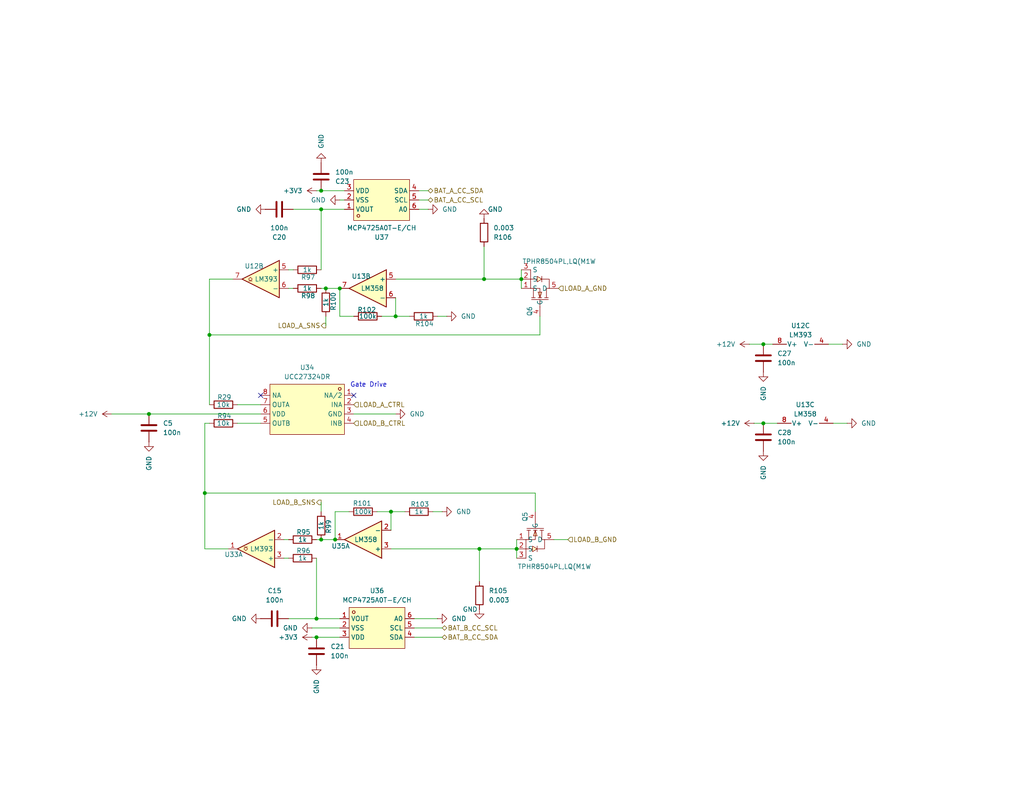
<source format=kicad_sch>
(kicad_sch (version 20250114) (generator "eeschema") (generator_version "9.0")
  (paper "A")
  (lib_symbols
    (symbol "Amplifier_Operational:LM358" (pin_names (offset 0.127))
      (property "Reference" "U" (at 0 5.08 0))
      (property "Value" "LM358" (at 0 -5.08 0))
      (symbol "LM358_1_1"
        (polyline (pts (xy -5.08 5.08) (xy 5.08 0) (xy -5.08 -5.08) (xy -5.08 5.08)) (stroke (width 0.254)) (fill (type background)))
        (pin input line (at -7.62 2.54 0) (length 2.54) (name "+") (number "3"))
        (pin input line (at -7.62 -2.54 0) (length 2.54) (name "-") (number "2"))
        (pin output line (at 7.62 0 180) (length 2.54) (name "~") (number "1"))
      )
      (symbol "LM358_2_1"
        (polyline (pts (xy -5.08 5.08) (xy 5.08 0) (xy -5.08 -5.08) (xy -5.08 5.08)) (stroke (width 0.254)) (fill (type background)))
        (pin input line (at -7.62 2.54 0) (length 2.54) (name "+") (number "5"))
        (pin input line (at -7.62 -2.54 0) (length 2.54) (name "-") (number "6"))
        (pin output line (at 7.62 0 180) (length 2.54) (name "~") (number "7"))
      )
      (symbol "LM358_3_1"
        (pin power_in line (at -2.54 7.62 270) (length 3.81) (name "V+") (number "8"))
        (pin power_in line (at -2.54 -7.62 90) (length 3.81) (name "V-") (number "4"))
      )
    )
    (symbol "COMPONENTS:MCP4725A0T-E_CH"
      (property "Reference" "U" (at 0 7.62 0))
      (property "Value" "MCP4725A0T-E/CH" (at 0 -7.62 0))
      (symbol "MCP4725A0T-E_CH_0_1"
        (rectangle (start -7.62 5.59) (end 7.62 -5.59) (fill (type background)))
        (circle (center -6.35 4.32) (radius 0.38))
        (circle (center -6.35 4.32) (radius 0.38))
        (pin unspecified line (at -10.16 2.54 0) (length 2.54) (name "VOUT") (number "1"))
        (pin unspecified line (at -10.16 0 0) (length 2.54) (name "VSS") (number "2"))
        (pin unspecified line (at -10.16 -2.54 0) (length 2.54) (name "VDD") (number "3"))
        (pin unspecified line (at 10.16 2.54 180) (length 2.54) (name "A0") (number "6"))
        (pin unspecified line (at 10.16 0 180) (length 2.54) (name "SCL") (number "5"))
        (pin unspecified line (at 10.16 -2.54 180) (length 2.54) (name "SDA") (number "4"))
      )
    )
    (symbol "COMPONENTS:TPHR8504PL,LQ(M1W"
      (property "Reference" "Q" (at 0 10.16 0))
      (property "Value" "TPHR8504PL,LQ(M1W" (at 0 -10.16 0))
      (symbol "TPHR8504PL,LQ(M1W_0_1"
        (polyline (pts (xy -5.08 0) (xy -3.05 0)))
        (polyline (pts (xy -3.05 2.29) (xy -3.05 -2.29)))
        (polyline (pts (xy -2.54 2.29) (xy -2.54 1.27)))
        (polyline (pts (xy -2.54 1.78) (xy 0 1.78) (xy 0 2.54) (xy 2.54 2.54) (xy 2.54 2.54) (xy 2.54 0.51)))
        (polyline (pts (xy -2.54 0) (xy -1.02 -0.51) (xy -1.02 0.51) (xy -2.54 0)) (fill (type background)))
        (polyline (pts (xy -2.54 0) (xy 0 0) (xy 0 -2.54) (xy 5.08 -2.54) (xy 2.54 -2.54) (xy 2.54 -0.76)))
        (polyline (pts (xy -2.54 -0.51) (xy -2.54 0.51)))
        (polyline (pts (xy -2.54 -2.29) (xy -2.54 -1.27)))
        (polyline (pts (xy 0 -1.78) (xy -2.54 -1.78)))
        (polyline (pts (xy 2.54 0.51) (xy 1.78 -0.76) (xy 3.3 -0.76) (xy 2.54 0.51)) (fill (type background)))
        (polyline (pts (xy 3.3 0.51) (xy 3.05 0.51) (xy 2.03 0.51) (xy 1.78 0.51)))
        (pin unspecified line (at -7.62 0 0) (length 2.54) (name "G") (number "4"))
        (pin unspecified line (at 0 5.08 270) (length 2.54) (name "D") (number "5"))
        (pin unspecified line (at 0 -5.08 90) (length 2.54) (name "S") (number "1"))
        (pin unspecified line (at 2.54 -5.08 90) (length 2.54) (name "S") (number "2"))
        (pin unspecified line (at 5.08 -5.08 90) (length 2.54) (name "S") (number "3"))
      )
    )
    (symbol "COMPONENTS:UCC27324DR"
      (property "Reference" "U" (at 0 8.89 0))
      (property "Value" "UCC27324DR" (at 0 -8.89 0))
      (symbol "UCC27324DR_0_1"
        (rectangle (start -10.16 6.86) (end 10.16 -6.86) (fill (type background)))
        (circle (center -8.89 5.59) (radius 0.38))
        (circle (center -8.89 5.59) (radius 0.38))
        (pin unspecified line (at -12.7 3.81 0) (length 2.54) (name "NA/2") (number "1"))
        (pin unspecified line (at -12.7 1.27 0) (length 2.54) (name "INA") (number "2"))
        (pin unspecified line (at -12.7 -1.27 0) (length 2.54) (name "GND") (number "3"))
        (pin unspecified line (at -12.7 -3.81 0) (length 2.54) (name "INB") (number "4"))
        (pin unspecified line (at 12.7 3.81 180) (length 2.54) (name "NA") (number "8"))
        (pin unspecified line (at 12.7 1.27 180) (length 2.54) (name "OUTA") (number "7"))
        (pin unspecified line (at 12.7 -1.27 180) (length 2.54) (name "VDD") (number "6"))
        (pin unspecified line (at 12.7 -3.81 180) (length 2.54) (name "OUTB") (number "5"))
      )
    )
    (symbol "Comparator:LM393" (pin_names (offset 0.127))
      (property "Reference" "U" (at 3.81 3.81 0))
      (property "Value" "LM393" (at 6.35 -3.81 0))
      (symbol "LM393_1_1"
        (polyline (pts (xy -5.08 5.08) (xy 5.08 0) (xy -5.08 -5.08) (xy -5.08 5.08)) (stroke (width 0.254)) (fill (type background)))
        (polyline (pts (xy 3.302 -0.508) (xy 2.794 -0.508) (xy 3.302 0) (xy 2.794 0.508) (xy 2.286 0) (xy 2.794 -0.508) (xy 2.286 -0.508)) (stroke (width 0.127)))
        (pin input line (at -7.62 2.54 0) (length 2.54) (name "+") (number "3"))
        (pin input line (at -7.62 -2.54 0) (length 2.54) (name "-") (number "2"))
        (pin open_collector line (at 7.62 0 180) (length 2.54) (name "~") (number "1"))
      )
      (symbol "LM393_2_1"
        (polyline (pts (xy -5.08 5.08) (xy 5.08 0) (xy -5.08 -5.08) (xy -5.08 5.08)) (stroke (width 0.254)) (fill (type background)))
        (polyline (pts (xy 3.302 -0.508) (xy 2.794 -0.508) (xy 3.302 0) (xy 2.794 0.508) (xy 2.286 0) (xy 2.794 -0.508) (xy 2.286 -0.508)) (stroke (width 0.127)))
        (pin input line (at -7.62 2.54 0) (length 2.54) (name "+") (number "5"))
        (pin input line (at -7.62 -2.54 0) (length 2.54) (name "-") (number "6"))
        (pin open_collector line (at 7.62 0 180) (length 2.54) (name "~") (number "7"))
      )
      (symbol "LM393_3_1"
        (pin power_in line (at -2.54 7.62 270) (length 3.81) (name "V+") (number "8"))
        (pin power_in line (at -2.54 -7.62 90) (length 3.81) (name "V-") (number "4"))
      )
    )
    (symbol "Device:C" (pin_numbers (hide yes)) (pin_names (offset 0.254))
      (property "Reference" "C" (at 0.635 2.54 0))
      (property "Value" "C" (at 0.635 -2.54 0))
      (symbol "C_0_1"
        (polyline (pts (xy -2.032 0.762) (xy 2.032 0.762)) (stroke (width 0.508)))
        (polyline (pts (xy -2.032 -0.762) (xy 2.032 -0.762)) (stroke (width 0.508)))
      )
      (symbol "C_1_1"
        (pin passive line (at 0 3.81 270) (length 2.794) (name "~") (number "1"))
        (pin passive line (at 0 -3.81 90) (length 2.794) (name "~") (number "2"))
      )
    )
    (symbol "Device:R" (pin_numbers (hide yes)) (pin_names (offset 0))
      (property "Reference" "R" (at 2.032 0 90))
      (property "Value" "R" (at 0 0 90))
      (symbol "R_0_1"
        (rectangle (start -1.016 -2.54) (end 1.016 2.54) (stroke (width 0.254)))
      )
      (symbol "R_1_1"
        (pin passive line (at 0 3.81 270) (length 1.27) (name "~") (number "1"))
        (pin passive line (at 0 -3.81 90) (length 1.27) (name "~") (number "2"))
      )
    )
    (symbol "power:+12V" (power) (pin_numbers (hide yes)) (pin_names (offset 0) (hide yes))
      (property "Value" "+12V" (at 0 3.556 0))
      (symbol "+12V_0_1"
        (polyline (pts (xy -0.762 1.27) (xy 0 2.54)))
        (polyline (pts (xy 0 2.54) (xy 0.762 1.27)))
        (polyline (pts (xy 0 0) (xy 0 2.54)))
      )
      (symbol "+12V_1_1"
        (pin power_in line (at 0 0 90) (length 0) (name "~") (number "1"))
      )
    )
    (symbol "power:+3V3" (power) (pin_numbers (hide yes)) (pin_names (offset 0) (hide yes))
      (property "Value" "+3V3" (at 0 3.556 0))
      (symbol "+3V3_0_1"
        (polyline (pts (xy -0.762 1.27) (xy 0 2.54)))
        (polyline (pts (xy 0 2.54) (xy 0.762 1.27)))
        (polyline (pts (xy 0 0) (xy 0 2.54)))
      )
      (symbol "+3V3_1_1"
        (pin power_in line (at 0 0 90) (length 0) (name "~") (number "1"))
      )
    )
    (symbol "power:GND" (power) (pin_numbers (hide yes)) (pin_names (offset 0) (hide yes))
      (property "Value" "GND" (at 0 -3.81 0))
      (symbol "GND_0_1"
        (polyline (pts (xy 0 0) (xy 0 -1.27) (xy 1.27 -1.27) (xy 0 -2.54) (xy -1.27 -1.27) (xy 0 -1.27)))
      )
      (symbol "GND_1_1"
        (pin power_in line (at 0 0 270) (length 0) (name "~") (number "1"))
      )
    )
  )
  (text "Gate Drive" (at 100.584 105.156 0) (effects (font (size 1.27 1.27))))
  (junction (at 208.28 115.57))
  (junction (at 86.36 168.91))
  (junction (at 57.15 91.44))
  (junction (at 142.24 76.2))
  (junction (at 87.63 52.07))
  (junction (at 132.08 76.2))
  (junction (at 106.68 139.7))
  (junction (at 208.28 93.98))
  (junction (at 55.88 134.62))
  (junction (at 92.71 78.74))
  (junction (at 87.63 147.32))
  (junction (at 130.81 149.86))
  (junction (at 140.97 149.86))
  (junction (at 91.44 147.32))
  (junction (at 86.36 173.99))
  (junction (at 87.63 57.15))
  (junction (at 40.64 113.03))
  (junction (at 88.9 78.74))
  (junction (at 107.95 86.36))
  (no_connect (at 96.52 107.95))
  (no_connect (at 71.12 107.95))
  (wire (pts (xy 107.95 76.2) (xy 132.08 76.2)))
  (wire (pts (xy 140.97 147.32) (xy 140.97 149.86)))
  (wire (pts (xy 231.14 115.57) (xy 227.33 115.57)))
  (wire (pts (xy 80.01 57.15) (xy 87.63 57.15)))
  (wire (pts (xy 208.28 93.98) (xy 210.82 93.98)))
  (wire (pts (xy 64.77 115.57) (xy 71.12 115.57)))
  (wire (pts (xy 140.97 149.86) (xy 140.97 152.4)))
  (wire (pts (xy 55.88 115.57) (xy 57.15 115.57)))
  (wire (pts (xy 87.63 137.16) (xy 87.63 139.7)))
  (wire (pts (xy 78.74 152.4) (xy 77.47 152.4)))
  (wire (pts (xy 92.71 173.99) (xy 86.36 173.99)))
  (wire (pts (xy 96.52 113.03) (xy 107.95 113.03)))
  (wire (pts (xy 116.84 57.15) (xy 114.3 57.15)))
  (wire (pts (xy 88.9 78.74) (xy 92.71 78.74)))
  (wire (pts (xy 40.64 113.03) (xy 71.12 113.03)))
  (wire (pts (xy 91.44 139.7) (xy 91.44 147.32)))
  (wire (pts (xy 132.08 76.2) (xy 142.24 76.2)))
  (wire (pts (xy 87.63 57.15) (xy 93.98 57.15)))
  (wire (pts (xy 120.65 139.7) (xy 118.11 139.7)))
  (wire (pts (xy 86.36 152.4) (xy 86.36 168.91)))
  (wire (pts (xy 102.87 139.7) (xy 106.68 139.7)))
  (wire (pts (xy 78.74 168.91) (xy 86.36 168.91)))
  (wire (pts (xy 142.24 76.2) (xy 142.24 73.66)))
  (wire (pts (xy 80.01 73.66) (xy 78.74 73.66)))
  (wire (pts (xy 86.36 147.32) (xy 87.63 147.32)))
  (wire (pts (xy 30.48 113.03) (xy 40.64 113.03)))
  (wire (pts (xy 142.24 78.74) (xy 142.24 76.2)))
  (wire (pts (xy 87.63 52.07) (xy 86.36 52.07)))
  (wire (pts (xy 120.65 171.45) (xy 113.03 171.45)))
  (wire (pts (xy 104.14 86.36) (xy 107.95 86.36)))
  (wire (pts (xy 121.92 86.36) (xy 119.38 86.36)))
  (wire (pts (xy 106.68 139.7) (xy 110.49 139.7)))
  (wire (pts (xy 57.15 91.44) (xy 57.15 76.2)))
  (wire (pts (xy 120.65 173.99) (xy 113.03 173.99)))
  (wire (pts (xy 107.95 86.36) (xy 111.76 86.36)))
  (wire (pts (xy 57.15 91.44) (xy 147.32 91.44)))
  (wire (pts (xy 55.88 149.86) (xy 62.23 149.86)))
  (wire (pts (xy 208.28 115.57) (xy 212.09 115.57)))
  (wire (pts (xy 106.68 149.86) (xy 130.81 149.86)))
  (wire (pts (xy 64.77 110.49) (xy 71.12 110.49)))
  (wire (pts (xy 88.9 88.9) (xy 88.9 86.36)))
  (wire (pts (xy 116.84 54.61) (xy 114.3 54.61)))
  (wire (pts (xy 130.81 149.86) (xy 140.97 149.86)))
  (wire (pts (xy 147.32 91.44) (xy 147.32 86.36)))
  (wire (pts (xy 130.81 149.86) (xy 130.81 158.75)))
  (wire (pts (xy 93.98 52.07) (xy 87.63 52.07)))
  (wire (pts (xy 87.63 147.32) (xy 91.44 147.32)))
  (wire (pts (xy 95.25 139.7) (xy 91.44 139.7)))
  (wire (pts (xy 119.38 168.91) (xy 113.03 168.91)))
  (wire (pts (xy 57.15 76.2) (xy 63.5 76.2)))
  (wire (pts (xy 86.36 173.99) (xy 85.09 173.99)))
  (wire (pts (xy 146.05 134.62) (xy 146.05 139.7)))
  (wire (pts (xy 55.88 134.62) (xy 55.88 149.86)))
  (wire (pts (xy 93.98 54.61) (xy 92.71 54.61)))
  (wire (pts (xy 204.47 93.98) (xy 208.28 93.98)))
  (wire (pts (xy 55.88 115.57) (xy 55.88 134.62)))
  (wire (pts (xy 116.84 52.07) (xy 114.3 52.07)))
  (wire (pts (xy 86.36 168.91) (xy 92.71 168.91)))
  (wire (pts (xy 92.71 86.36) (xy 92.71 78.74)))
  (wire (pts (xy 154.94 147.32) (xy 151.13 147.32)))
  (wire (pts (xy 55.88 134.62) (xy 146.05 134.62)))
  (wire (pts (xy 78.74 78.74) (xy 80.01 78.74)))
  (wire (pts (xy 229.87 93.98) (xy 226.06 93.98)))
  (wire (pts (xy 57.15 110.49) (xy 57.15 91.44)))
  (wire (pts (xy 77.47 147.32) (xy 78.74 147.32)))
  (wire (pts (xy 107.95 86.36) (xy 107.95 81.28)))
  (wire (pts (xy 205.74 115.57) (xy 208.28 115.57)))
  (wire (pts (xy 92.71 171.45) (xy 85.09 171.45)))
  (wire (pts (xy 132.08 76.2) (xy 132.08 67.31)))
  (wire (pts (xy 106.68 139.7) (xy 106.68 144.78)))
  (wire (pts (xy 87.63 78.74) (xy 88.9 78.74)))
  (wire (pts (xy 96.52 86.36) (xy 92.71 86.36)))
  (wire (pts (xy 87.63 73.66) (xy 87.63 57.15)))
  (hierarchical_label "LOAD_B_GND" (shape input) (at 154.94 147.32 0))
  (hierarchical_label "LOAD_B_SNS" (shape output) (at 87.63 137.16 180))
  (hierarchical_label "BAT_A_CC_SDA" (shape bidirectional) (at 116.84 52.07 0))
  (hierarchical_label "LOAD_A_SNS" (shape output) (at 88.9 88.9 180))
  (hierarchical_label "LOAD_B_CTRL" (shape input) (at 96.52 115.57 0))
  (hierarchical_label "LOAD_A_CTRL" (shape input) (at 96.52 110.49 0))
  (hierarchical_label "BAT_A_CC_SCL" (shape bidirectional) (at 116.84 54.61 0))
  (hierarchical_label "BAT_B_CC_SCL" (shape bidirectional) (at 120.65 171.45 0))
  (hierarchical_label "BAT_B_CC_SDA" (shape bidirectional) (at 120.65 173.99 0))
  (hierarchical_label "LOAD_A_GND" (shape input) (at 152.4 78.74 0))
  (symbol (lib_id "power:GND") (at 208.28 123.19 0) (unit 1)
    (property "Reference" "#PWR052" (effects (hide yes)))
    (property "Value" "GND" (at 208.2801 127 90) (effects (justify right)))
    (property "Description" "Power symbol creates a global label with name \"GND\" , ground" (effects (hide yes)))
    (instances (project "Backplane" (path "" (reference "#PWR0176") (unit 1)) (path "" (reference "#PWR052") (unit 1))))
  )
  (symbol (lib_id "Device:C") (at 40.64 116.84 0) (unit 1)
    (property "Reference" "C4" (at 44.45 115.5699 0) (effects (justify left)))
    (property "Value" "100n" (at 44.45 118.1099 0) (effects (justify left)))
    (property "Footprint" "Resistor_SMD:R_1206_3216Metric_Pad1.30x1.75mm_HandSolder" (effects (hide yes)))
    (property "Description" "Unpolarized capacitor" (effects (hide yes)))
    (instances (project "Backplane" (path "" (reference "C5") (unit 1)) (path "" (reference "C4") (unit 1))))
  )
  (symbol (lib_id "Comparator:LM393") (at 218.44 96.52 90) (mirror x) (unit 3)
    (property "Reference" "U3" (at 218.44 88.9 90))
    (property "Value" "LM393" (at 218.44 91.44 90))
    (property "Datasheet" "http://www.ti.com/lit/ds/symlink/lm393.pdf" (effects (hide yes)))
    (property "Description" "Low-Power, Low-Offset Voltage, Dual Comparators, DIP-8/SOIC-8/TO-99-8" (effects (hide yes)))
    (instances (project "Backplane" (path "" (reference "U12") (unit 3)) (path "" (reference "U3") (unit 3))))
  )
  (symbol (lib_id "power:+12V") (at 204.47 93.98 90) (unit 1)
    (property "Reference" "#PWR049" (effects (hide yes)))
    (property "Value" "+12V" (at 200.66 93.9799 90) (effects (justify left)))
    (property "Description" "Power symbol creates a global label with name \"+12V\"" (effects (hide yes)))
    (instances (project "Backplane" (path "" (reference "#PWR0173") (unit 1)) (path "" (reference "#PWR049") (unit 1))))
  )
  (symbol (lib_id "COMPONENTS:UCC27324DR") (at 83.82 111.76 0) (mirror y) (unit 1)
    (property "Reference" "U8" (at 83.82 100.33 0))
    (property "Value" "UCC27324DR" (at 83.82 102.87 0))
    (property "Footprint" "COMPONENTS:SOIC-8_L5.0-W4.0-P1.27-LS6.0-BL" (effects (hide yes)))
    (property "Datasheet" "https://lcsc.com/product-detail/MOS-Drivers_TI_UCC27324DR_UCC27324DR_C46427.html" (effects (hide yes)))
    (property "LCSC Part" "C46427" (effects (hide yes)))
    (instances (project "Backplane" (path "" (reference "U34") (unit 1)) (path "" (reference "U8") (unit 1))))
  )
  (symbol (lib_id "Comparator:LM393") (at 69.85 149.86 180) (unit 1)
    (property "Reference" "U12" (at 63.754 151.384 0))
    (property "Value" "LM393" (at 71.374 149.86 0))
    (property "Datasheet" "http://www.ti.com/lit/ds/symlink/lm393.pdf" (effects (hide yes)))
    (property "Description" "Low-Power, Low-Offset Voltage, Dual Comparators, DIP-8/SOIC-8/TO-99-8" (effects (hide yes)))
    (instances (project "Backplane" (path "" (reference "U33") (unit 1)) (path "" (reference "U12") (unit 1))))
  )
  (symbol (lib_id "Device:C") (at 76.2 57.15 90) (mirror x) (unit 1)
    (property "Reference" "C10" (at 76.2 64.77 90))
    (property "Value" "100n" (at 76.2 62.23 90))
    (property "Footprint" "Resistor_SMD:R_1206_3216Metric_Pad1.30x1.75mm_HandSolder" (effects (hide yes)))
    (property "Description" "Unpolarized capacitor" (effects (hide yes)))
    (instances (project "Backplane" (path "" (reference "C20") (unit 1)) (path "" (reference "C10") (unit 1))))
  )
  (symbol (lib_id "COMPONENTS:MCP4725A0T-E_CH") (at 104.14 54.61 0) (mirror x) (unit 1)
    (property "Reference" "U16" (at 104.14 64.77 0))
    (property "Value" "MCP4725A0T-E/CH" (at 104.14 62.23 0))
    (property "Footprint" "COMPONENTS:SOT-23-6_L2.9-W1.6-P0.95-LS2.8-BL" (effects (hide yes)))
    (property "Datasheet" "https://lcsc.com/product-detail/Digital-To-Analog-Converters-DACs_MICROCHIP_MCP4725A0T-E-CH_MCP4725A0T-E-CH_C144198.html" (effects (hide yes)))
    (property "LCSC Part" "C144198" (effects (hide yes)))
    (instances (project "Backplane" (path "" (reference "U37") (unit 1)) (path "" (reference "U16") (unit 1))))
  )
  (symbol (lib_id "power:GND") (at 92.71 54.61 270) (unit 1)
    (property "Reference" "#PWR041" (effects (hide yes)))
    (property "Value" "GND" (at 88.9 54.6101 90) (effects (justify right)))
    (property "Description" "Power symbol creates a global label with name \"GND\" , ground" (effects (hide yes)))
    (instances (project "Backplane" (path "" (reference "#PWR0161") (unit 1)) (path "" (reference "#PWR041") (unit 1))))
  )
  (symbol (lib_id "Device:C") (at 86.36 177.8 0) (unit 1)
    (property "Reference" "C11" (at 90.17 176.5299 0) (effects (justify left)))
    (property "Value" "100n" (at 90.17 179.0699 0) (effects (justify left)))
    (property "Footprint" "Resistor_SMD:R_1206_3216Metric_Pad1.30x1.75mm_HandSolder" (effects (hide yes)))
    (property "Description" "Unpolarized capacitor" (effects (hide yes)))
    (instances (project "Backplane" (path "" (reference "C21") (unit 1)) (path "" (reference "C11") (unit 1))))
  )
  (symbol (lib_id "Device:C") (at 208.28 97.79 0) (unit 1)
    (property "Reference" "C13" (at 212.09 96.5199 0) (effects (justify left)))
    (property "Value" "100n" (at 212.09 99.0599 0) (effects (justify left)))
    (property "Footprint" "Resistor_SMD:R_1206_3216Metric_Pad1.30x1.75mm_HandSolder" (effects (hide yes)))
    (property "Description" "Unpolarized capacitor" (effects (hide yes)))
    (instances (project "Backplane" (path "" (reference "C27") (unit 1)) (path "" (reference "C13") (unit 1))))
  )
  (symbol (lib_id "Device:R") (at 115.57 86.36 90) (mirror x) (unit 1)
    (property "Reference" "R26" (at 115.824 88.392 90))
    (property "Value" "1k" (at 115.57 86.36 90))
    (property "Footprint" "Resistor_SMD:R_1206_3216Metric_Pad1.30x1.75mm_HandSolder" (effects (hide yes)))
    (property "Description" "Resistor" (effects (hide yes)))
    (instances (project "Backplane" (path "" (reference "R104") (unit 1)) (path "" (reference "R26") (unit 1))))
  )
  (symbol (lib_id "power:GND") (at 121.92 86.36 90) (mirror x) (unit 1)
    (property "Reference" "#PWR046" (effects (hide yes)))
    (property "Value" "GND" (at 125.73 86.3601 90) (effects (justify right)))
    (property "Description" "Power symbol creates a global label with name \"GND\" , ground" (effects (hide yes)))
    (instances (project "Backplane" (path "" (reference "#PWR0166") (unit 1)) (path "" (reference "#PWR046") (unit 1))))
  )
  (symbol (lib_id "Amplifier_Operational:LM358") (at 99.06 147.32 180) (unit 1)
    (property "Reference" "U13" (at 92.964 149.098 0))
    (property "Value" "LM358" (at 99.822 147.32 0))
    (property "Datasheet" "http://www.ti.com/lit/ds/symlink/lm2904-n.pdf" (effects (hide yes)))
    (property "Description" "Low-Power, Dual Operational Amplifiers, DIP-8/SOIC-8/TO-99-8" (effects (hide yes)))
    (instances (project "Backplane" (path "" (reference "U35") (unit 1)) (path "" (reference "U13") (unit 1))))
  )
  (symbol (lib_id "power:GND") (at 86.36 181.61 0) (unit 1)
    (property "Reference" "#PWR039" (effects (hide yes)))
    (property "Value" "GND" (at 86.3601 185.42 90) (effects (justify right)))
    (property "Description" "Power symbol creates a global label with name \"GND\" , ground" (effects (hide yes)))
    (instances (project "Backplane" (path "" (reference "#PWR0159") (unit 1)) (path "" (reference "#PWR039") (unit 1))))
  )
  (symbol (lib_id "power:GND") (at 208.28 101.6 0) (unit 1)
    (property "Reference" "#PWR051" (effects (hide yes)))
    (property "Value" "GND" (at 208.2801 105.41 90) (effects (justify right)))
    (property "Description" "Power symbol creates a global label with name \"GND\" , ground" (effects (hide yes)))
    (instances (project "Backplane" (path "" (reference "#PWR0175") (unit 1)) (path "" (reference "#PWR051") (unit 1))))
  )
  (symbol (lib_id "power:GND") (at 107.95 113.03 90) (unit 1)
    (property "Reference" "#PWR042" (effects (hide yes)))
    (property "Value" "GND" (at 111.76 113.0299 90) (effects (justify right)))
    (property "Description" "Power symbol creates a global label with name \"GND\" , ground" (effects (hide yes)))
    (instances (project "Backplane" (path "" (reference "#PWR0162") (unit 1)) (path "" (reference "#PWR042") (unit 1))))
  )
  (symbol (lib_id "power:GND") (at 229.87 93.98 90) (unit 1)
    (property "Reference" "#PWR053" (effects (hide yes)))
    (property "Value" "GND" (at 233.68 93.9799 90) (effects (justify right)))
    (property "Description" "Power symbol creates a global label with name \"GND\" , ground" (effects (hide yes)))
    (instances (project "Backplane" (path "" (reference "#PWR0177") (unit 1)) (path "" (reference "#PWR053") (unit 1))))
  )
  (symbol (lib_id "power:GND") (at 116.84 57.15 90) (mirror x) (unit 1)
    (property "Reference" "#PWR043" (effects (hide yes)))
    (property "Value" "GND" (at 120.65 57.1501 90) (effects (justify right)))
    (property "Description" "Power symbol creates a global label with name \"GND\" , ground" (effects (hide yes)))
    (instances (project "Backplane" (path "" (reference "#PWR0163") (unit 1)) (path "" (reference "#PWR043") (unit 1))))
  )
  (symbol (lib_id "power:GND") (at 231.14 115.57 90) (unit 1)
    (property "Reference" "#PWR054" (effects (hide yes)))
    (property "Value" "GND" (at 234.95 115.5699 90) (effects (justify right)))
    (property "Description" "Power symbol creates a global label with name \"GND\" , ground" (effects (hide yes)))
    (instances (project "Backplane" (path "" (reference "#PWR0178") (unit 1)) (path "" (reference "#PWR054") (unit 1))))
  )
  (symbol (lib_id "power:+12V") (at 205.74 115.57 90) (unit 1)
    (property "Reference" "#PWR050" (effects (hide yes)))
    (property "Value" "+12V" (at 201.93 115.5699 90) (effects (justify left)))
    (property "Description" "Power symbol creates a global label with name \"+12V\"" (effects (hide yes)))
    (instances (project "Backplane" (path "" (reference "#PWR0174") (unit 1)) (path "" (reference "#PWR050") (unit 1))))
  )
  (symbol (lib_id "Amplifier_Operational:LM358") (at 100.33 78.74 0) (mirror y) (unit 2)
    (property "Reference" "U4" (at 98.552 75.438 0))
    (property "Value" "LM358" (at 101.6 78.74 0))
    (property "Datasheet" "http://www.ti.com/lit/ds/symlink/lm2904-n.pdf" (effects (hide yes)))
    (property "Description" "Low-Power, Dual Operational Amplifiers, DIP-8/SOIC-8/TO-99-8" (effects (hide yes)))
    (instances (project "Backplane" (path "" (reference "U13") (unit 2)) (path "" (reference "U4") (unit 2))))
  )
  (symbol (lib_id "Device:R") (at 82.55 147.32 90) (unit 1)
    (property "Reference" "R17" (at 82.804 145.288 90))
    (property "Value" "1k" (at 82.55 147.32 90))
    (property "Footprint" "Resistor_SMD:R_1206_3216Metric_Pad1.30x1.75mm_HandSolder" (effects (hide yes)))
    (property "Description" "Resistor" (effects (hide yes)))
    (instances (project "Backplane" (path "" (reference "R95") (unit 1)) (path "" (reference "R17") (unit 1))))
  )
  (symbol (lib_id "power:GND") (at 71.12 168.91 270) (mirror x) (unit 1)
    (property "Reference" "#PWR034" (effects (hide yes)))
    (property "Value" "GND" (at 67.31 168.9099 90) (effects (justify right)))
    (property "Description" "Power symbol creates a global label with name \"GND\" , ground" (effects (hide yes)))
    (instances (project "Backplane" (path "" (reference "#PWR0154") (unit 1)) (path "" (reference "#PWR034") (unit 1))))
  )
  (symbol (lib_id "Device:R") (at 82.55 152.4 90) (unit 1)
    (property "Reference" "R18" (at 82.804 150.368 90))
    (property "Value" "1k" (at 82.55 152.4 90))
    (property "Footprint" "Resistor_SMD:R_1206_3216Metric_Pad1.30x1.75mm_HandSolder" (effects (hide yes)))
    (property "Description" "Resistor" (effects (hide yes)))
    (instances (project "Backplane" (path "" (reference "R96") (unit 1)) (path "" (reference "R18") (unit 1))))
  )
  (symbol (lib_id "Device:C") (at 74.93 168.91 90) (unit 1)
    (property "Reference" "C9" (at 74.93 161.29 90))
    (property "Value" "100n" (at 74.93 163.83 90))
    (property "Footprint" "Resistor_SMD:R_1206_3216Metric_Pad1.30x1.75mm_HandSolder" (effects (hide yes)))
    (property "Description" "Unpolarized capacitor" (effects (hide yes)))
    (instances (project "Backplane" (path "" (reference "C15") (unit 1)) (path "" (reference "C9") (unit 1))))
  )
  (symbol (lib_id "Device:R") (at 60.96 110.49 270) (mirror x) (unit 1)
    (property "Reference" "R15" (at 61.214 108.458 90))
    (property "Value" "10k" (at 60.96 110.49 90))
    (property "Footprint" "Resistor_SMD:R_1206_3216Metric_Pad1.30x1.75mm_HandSolder" (effects (hide yes)))
    (property "Description" "Resistor" (effects (hide yes)))
    (instances (project "Backplane" (path "" (reference "R29") (unit 1)) (path "" (reference "R15") (unit 1))))
  )
  (symbol (lib_id "power:+12V") (at 30.48 113.03 90) (unit 1)
    (property "Reference" "#PWR032" (effects (hide yes)))
    (property "Value" "+12V" (at 26.67 113.0299 90) (effects (justify left)))
    (property "Description" "Power symbol creates a global label with name \"+12V\"" (effects (hide yes)))
    (instances (project "Backplane" (path "" (reference "#PWR0152") (unit 1)) (path "" (reference "#PWR032") (unit 1))))
  )
  (symbol (lib_id "power:GND") (at 132.08 59.69 0) (mirror x) (unit 1)
    (property "Reference" "#PWR048" (effects (hide yes)))
    (property "Value" "GND" (at 135.128 57.15 0))
    (property "Description" "Power symbol creates a global label with name \"GND\" , ground" (effects (hide yes)))
    (instances (project "Backplane" (path "" (reference "#PWR0170") (unit 1)) (path "" (reference "#PWR048") (unit 1))))
  )
  (symbol (lib_id "COMPONENTS:TPHR8504PL,LQ(M1W") (at 147.32 78.74 270) (mirror x) (unit 1)
    (property "Reference" "Q4" (at 144.526 86.36 0) (effects (justify left)))
    (property "Value" "TPHR8504PL,LQ(M1W" (at 142.494 71.374 90) (effects (justify left)))
    (property "Footprint" "COMPONENTS:DFN-5_L4.9-W5.9-P1.27-LS6.2-BL" (effects (hide yes)))
    (property "LCSC Part" "C22388172" (effects (hide yes)))
    (instances (project "Backplane" (path "" (reference "Q6") (unit 1)) (path "" (reference "Q4") (unit 1))))
  )
  (symbol (lib_id "Device:C") (at 87.63 48.26 0) (mirror x) (unit 1)
    (property "Reference" "C12" (at 91.44 49.5301 0) (effects (justify left)))
    (property "Value" "100n" (at 91.44 46.9901 0) (effects (justify left)))
    (property "Footprint" "Resistor_SMD:R_1206_3216Metric_Pad1.30x1.75mm_HandSolder" (effects (hide yes)))
    (property "Description" "Unpolarized capacitor" (effects (hide yes)))
    (instances (project "Backplane" (path "" (reference "C23") (unit 1)) (path "" (reference "C12") (unit 1))))
  )
  (symbol (lib_id "Device:R") (at 114.3 139.7 90) (unit 1)
    (property "Reference" "R25" (at 114.554 137.668 90))
    (property "Value" "1k" (at 114.3 139.7 90))
    (property "Footprint" "Resistor_SMD:R_1206_3216Metric_Pad1.30x1.75mm_HandSolder" (effects (hide yes)))
    (property "Description" "Resistor" (effects (hide yes)))
    (instances (project "Backplane" (path "" (reference "R103") (unit 1)) (path "" (reference "R25") (unit 1))))
  )
  (symbol (lib_id "Device:C") (at 208.28 119.38 0) (unit 1)
    (property "Reference" "C14" (at 212.09 118.1099 0) (effects (justify left)))
    (property "Value" "100n" (at 212.09 120.6499 0) (effects (justify left)))
    (property "Footprint" "Resistor_SMD:R_1206_3216Metric_Pad1.30x1.75mm_HandSolder" (effects (hide yes)))
    (property "Description" "Unpolarized capacitor" (effects (hide yes)))
    (instances (project "Backplane" (path "" (reference "C28") (unit 1)) (path "" (reference "C14") (unit 1))))
  )
  (symbol (lib_id "Device:R") (at 88.9 82.55 0) (mirror x) (unit 1)
    (property "Reference" "R22" (at 90.932 82.296 90))
    (property "Value" "1k" (at 88.9 82.55 90))
    (property "Footprint" "Resistor_SMD:R_1206_3216Metric_Pad1.30x1.75mm_HandSolder" (effects (hide yes)))
    (property "Description" "Resistor" (effects (hide yes)))
    (instances (project "Backplane" (path "" (reference "R100") (unit 1)) (path "" (reference "R22") (unit 1))))
  )
  (symbol (lib_id "Comparator:LM393") (at 71.12 76.2 0) (mirror y) (unit 2)
    (property "Reference" "U3" (at 69.342 72.644 0))
    (property "Value" "LM393" (at 72.644 76.2 0))
    (property "Datasheet" "http://www.ti.com/lit/ds/symlink/lm393.pdf" (effects (hide yes)))
    (property "Description" "Low-Power, Low-Offset Voltage, Dual Comparators, DIP-8/SOIC-8/TO-99-8" (effects (hide yes)))
    (instances (project "Backplane" (path "" (reference "U12") (unit 2)) (path "" (reference "U3") (unit 2))))
  )
  (symbol (lib_id "power:GND") (at 40.64 120.65 0) (unit 1)
    (property "Reference" "#PWR033" (effects (hide yes)))
    (property "Value" "GND" (at 40.6401 124.46 90) (effects (justify right)))
    (property "Description" "Power symbol creates a global label with name \"GND\" , ground" (effects (hide yes)))
    (instances (project "Backplane" (path "" (reference "#PWR0153") (unit 1)) (path "" (reference "#PWR033") (unit 1))))
  )
  (symbol (lib_id "power:+3V3") (at 86.36 52.07 90) (unit 1)
    (property "Reference" "#PWR038" (effects (hide yes)))
    (property "Value" "+3V3" (at 82.55 52.0701 90) (effects (justify left)))
    (property "Description" "Power symbol creates a global label with name \"+3V3\"" (effects (hide yes)))
    (instances (project "Backplane" (path "" (reference "#PWR0158") (unit 1)) (path "" (reference "#PWR038") (unit 1))))
  )
  (symbol (lib_id "power:GND") (at 120.65 139.7 90) (unit 1)
    (property "Reference" "#PWR045" (effects (hide yes)))
    (property "Value" "GND" (at 124.46 139.6999 90) (effects (justify right)))
    (property "Description" "Power symbol creates a global label with name \"GND\" , ground" (effects (hide yes)))
    (instances (project "Backplane" (path "" (reference "#PWR0165") (unit 1)) (path "" (reference "#PWR045") (unit 1))))
  )
  (symbol (lib_id "COMPONENTS:TPHR8504PL,LQ(M1W") (at 146.05 147.32 270) (unit 1)
    (property "Reference" "Q3" (at 143.256 139.7 0) (effects (justify left)))
    (property "Value" "TPHR8504PL,LQ(M1W" (at 141.224 154.686 90) (effects (justify left)))
    (property "Footprint" "COMPONENTS:DFN-5_L4.9-W5.9-P1.27-LS6.2-BL" (effects (hide yes)))
    (property "LCSC Part" "C22388172" (effects (hide yes)))
    (instances (project "Backplane" (path "" (reference "Q5") (unit 1)) (path "" (reference "Q3") (unit 1))))
  )
  (symbol (lib_id "power:GND") (at 130.81 166.37 0) (unit 1)
    (property "Reference" "#PWR047" (effects (hide yes)))
    (property "Value" "GND" (at 128.27 166.37 0))
    (property "Description" "Power symbol creates a global label with name \"GND\" , ground" (effects (hide yes)))
    (instances (project "Backplane" (path "" (reference "#PWR0169") (unit 1)) (path "" (reference "#PWR047") (unit 1))))
  )
  (symbol (lib_id "Device:R") (at 60.96 115.57 270) (mirror x) (unit 1)
    (property "Reference" "R16" (at 61.214 113.538 90))
    (property "Value" "10k" (at 60.96 115.57 90))
    (property "Footprint" "Resistor_SMD:R_1206_3216Metric_Pad1.30x1.75mm_HandSolder" (effects (hide yes)))
    (property "Description" "Resistor" (effects (hide yes)))
    (instances (project "Backplane" (path "" (reference "R94") (unit 1)) (path "" (reference "R16") (unit 1))))
  )
  (symbol (lib_id "Device:R") (at 130.81 162.56 0) (unit 1)
    (property "Reference" "R27" (at 133.35 161.2899 0) (effects (justify left)))
    (property "Value" "0.003" (at 133.35 163.8299 0) (effects (justify left)))
    (property "Footprint" "Resistor_SMD:R_1206_3216Metric_Pad1.30x1.75mm_HandSolder" (effects (hide yes)))
    (property "Description" "Resistor" (effects (hide yes)))
    (instances (project "Backplane" (path "" (reference "R105") (unit 1)) (path "" (reference "R27") (unit 1))))
  )
  (symbol (lib_id "power:GND") (at 72.39 57.15 270) (unit 1)
    (property "Reference" "#PWR035" (effects (hide yes)))
    (property "Value" "GND" (at 68.58 57.1501 90) (effects (justify right)))
    (property "Description" "Power symbol creates a global label with name \"GND\" , ground" (effects (hide yes)))
    (instances (project "Backplane" (path "" (reference "#PWR0155") (unit 1)) (path "" (reference "#PWR035") (unit 1))))
  )
  (symbol (lib_id "power:GND") (at 87.63 44.45 0) (mirror x) (unit 1)
    (property "Reference" "#PWR040" (effects (hide yes)))
    (property "Value" "GND" (at 87.6301 40.64 90) (effects (justify right)))
    (property "Description" "Power symbol creates a global label with name \"GND\" , ground" (effects (hide yes)))
    (instances (project "Backplane" (path "" (reference "#PWR0160") (unit 1)) (path "" (reference "#PWR040") (unit 1))))
  )
  (symbol (lib_id "COMPONENTS:MCP4725A0T-E_CH") (at 102.87 171.45 0) (unit 1)
    (property "Reference" "U15" (at 102.87 161.29 0))
    (property "Value" "MCP4725A0T-E/CH" (at 102.87 163.83 0))
    (property "Footprint" "COMPONENTS:SOT-23-6_L2.9-W1.6-P0.95-LS2.8-BL" (effects (hide yes)))
    (property "Datasheet" "https://lcsc.com/product-detail/Digital-To-Analog-Converters-DACs_MICROCHIP_MCP4725A0T-E-CH_MCP4725A0T-E-CH_C144198.html" (effects (hide yes)))
    (property "LCSC Part" "C144198" (effects (hide yes)))
    (instances (project "Backplane" (path "" (reference "U36") (unit 1)) (path "" (reference "U15") (unit 1))))
  )
  (symbol (lib_id "power:GND") (at 119.38 168.91 90) (unit 1)
    (property "Reference" "#PWR044" (effects (hide yes)))
    (property "Value" "GND" (at 123.19 168.9099 90) (effects (justify right)))
    (property "Description" "Power symbol creates a global label with name \"GND\" , ground" (effects (hide yes)))
    (instances (project "Backplane" (path "" (reference "#PWR0164") (unit 1)) (path "" (reference "#PWR044") (unit 1))))
  )
  (symbol (lib_id "power:+3V3") (at 85.09 173.99 90) (mirror x) (unit 1)
    (property "Reference" "#PWR037" (effects (hide yes)))
    (property "Value" "+3V3" (at 81.28 173.9899 90) (effects (justify left)))
    (property "Description" "Power symbol creates a global label with name \"+3V3\"" (effects (hide yes)))
    (instances (project "Backplane" (path "" (reference "#PWR0157") (unit 1)) (path "" (reference "#PWR037") (unit 1))))
  )
  (symbol (lib_id "Amplifier_Operational:LM358") (at 219.71 118.11 90) (mirror x) (unit 3)
    (property "Reference" "U4" (at 219.71 110.49 90))
    (property "Value" "LM358" (at 219.71 113.03 90))
    (property "Datasheet" "http://www.ti.com/lit/ds/symlink/lm2904-n.pdf" (effects (hide yes)))
    (property "Description" "Low-Power, Dual Operational Amplifiers, DIP-8/SOIC-8/TO-99-8" (effects (hide yes)))
    (instances (project "Backplane" (path "" (reference "U13") (unit 3)) (path "" (reference "U4") (unit 3))))
  )
  (symbol (lib_id "Device:R") (at 83.82 78.74 90) (mirror x) (unit 1)
    (property "Reference" "R20" (at 84.074 80.772 90))
    (property "Value" "1k" (at 83.82 78.74 90))
    (property "Footprint" "Resistor_SMD:R_1206_3216Metric_Pad1.30x1.75mm_HandSolder" (effects (hide yes)))
    (property "Description" "Resistor" (effects (hide yes)))
    (instances (project "Backplane" (path "" (reference "R98") (unit 1)) (path "" (reference "R20") (unit 1))))
  )
  (symbol (lib_id "Device:R") (at 132.08 63.5 0) (mirror x) (unit 1)
    (property "Reference" "R28" (at 134.62 64.7701 0) (effects (justify left)))
    (property "Value" "0.003" (at 134.62 62.2301 0) (effects (justify left)))
    (property "Footprint" "Resistor_SMD:R_1206_3216Metric_Pad1.30x1.75mm_HandSolder" (effects (hide yes)))
    (property "Description" "Resistor" (effects (hide yes)))
    (instances (project "Backplane" (path "" (reference "R106") (unit 1)) (path "" (reference "R28") (unit 1))))
  )
  (symbol (lib_id "Device:R") (at 83.82 73.66 90) (mirror x) (unit 1)
    (property "Reference" "R19" (at 84.074 75.692 90))
    (property "Value" "1k" (at 83.82 73.66 90))
    (property "Footprint" "Resistor_SMD:R_1206_3216Metric_Pad1.30x1.75mm_HandSolder" (effects (hide yes)))
    (property "Description" "Resistor" (effects (hide yes)))
    (instances (project "Backplane" (path "" (reference "R97") (unit 1)) (path "" (reference "R19") (unit 1))))
  )
  (symbol (lib_id "Device:R") (at 99.06 139.7 90) (unit 1)
    (property "Reference" "R23" (at 98.806 137.414 90))
    (property "Value" "100k" (at 99.06 139.7 90))
    (property "Footprint" "Resistor_SMD:R_1206_3216Metric_Pad1.30x1.75mm_HandSolder" (effects (hide yes)))
    (property "Description" "Resistor" (effects (hide yes)))
    (instances (project "Backplane" (path "" (reference "R101") (unit 1)) (path "" (reference "R23") (unit 1))))
  )
  (symbol (lib_id "power:GND") (at 85.09 171.45 270) (mirror x) (unit 1)
    (property "Reference" "#PWR036" (effects (hide yes)))
    (property "Value" "GND" (at 81.28 171.4499 90) (effects (justify right)))
    (property "Description" "Power symbol creates a global label with name \"GND\" , ground" (effects (hide yes)))
    (instances (project "Backplane" (path "" (reference "#PWR0156") (unit 1)) (path "" (reference "#PWR036") (unit 1))))
  )
  (symbol (lib_id "Device:R") (at 100.33 86.36 90) (mirror x) (unit 1)
    (property "Reference" "R24" (at 100.076 84.582 90))
    (property "Value" "100k" (at 100.33 86.36 90))
    (property "Footprint" "Resistor_SMD:R_1206_3216Metric_Pad1.30x1.75mm_HandSolder" (effects (hide yes)))
    (property "Description" "Resistor" (effects (hide yes)))
    (instances (project "Backplane" (path "" (reference "R102") (unit 1)) (path "" (reference "R24") (unit 1))))
  )
  (symbol (lib_id "Device:R") (at 87.63 143.51 0) (unit 1)
    (property "Reference" "R21" (at 89.662 143.764 90))
    (property "Value" "1k" (at 87.63 143.51 90))
    (property "Footprint" "Resistor_SMD:R_1206_3216Metric_Pad1.30x1.75mm_HandSolder" (effects (hide yes)))
    (property "Description" "Resistor" (effects (hide yes)))
    (instances (project "Backplane" (path "" (reference "R99") (unit 1)) (path "" (reference "R21") (unit 1))))
  )
)
</source>
